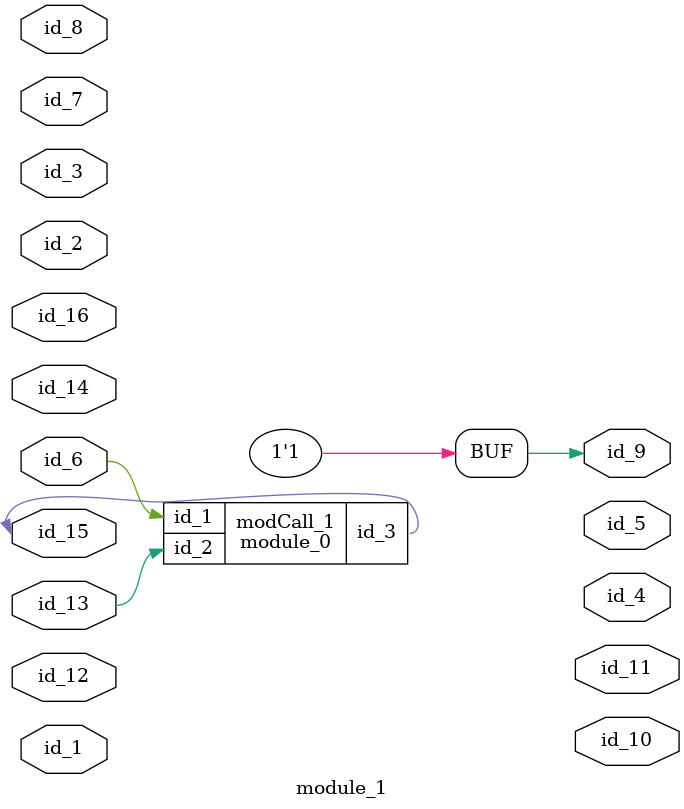
<source format=v>
module module_0 (
    id_1,
    id_2,
    id_3
);
  inout wire id_3;
  input wire id_2;
  input wire id_1;
  assign id_3 = id_2;
endmodule
module module_1 (
    id_1,
    id_2,
    id_3,
    id_4,
    id_5,
    id_6,
    id_7,
    id_8,
    id_9,
    id_10,
    id_11,
    id_12,
    id_13,
    id_14,
    id_15,
    id_16
);
  input wire id_16;
  inout wire id_15;
  input wire id_14;
  input wire id_13;
  inout wire id_12;
  output wire id_11;
  output wire id_10;
  output wire id_9;
  input wire id_8;
  inout wire id_7;
  inout wire id_6;
  output wire id_5;
  output wire id_4;
  inout wire id_3;
  inout wire id_2;
  inout wire id_1;
  module_0 modCall_1 (
      id_6,
      id_13,
      id_15
  );
  assign id_9[1'b0] = 1;
endmodule

</source>
